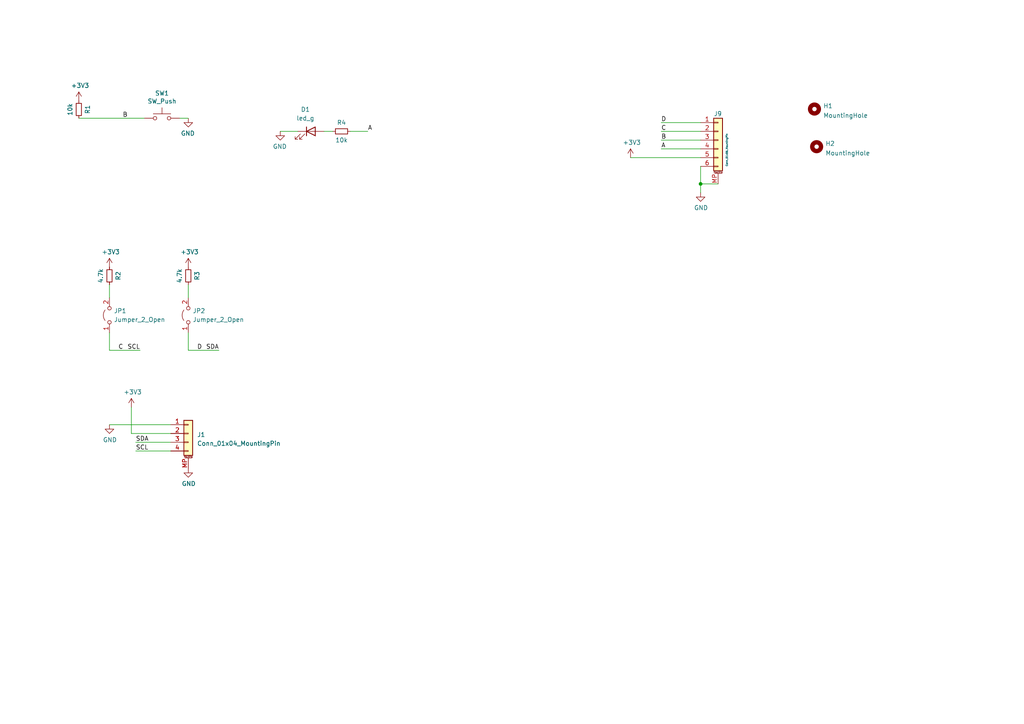
<source format=kicad_sch>
(kicad_sch (version 20211123) (generator eeschema)
  (paper "A4")
  (lib_symbols
    (symbol "Connector_Generic_MountingPin:Conn_01x04_MountingPin" (pin_names (offset 1.016) hide)
      (property "Reference" "J" (at 0 5.08 0))
      (property "Value" "Conn_01x04_MountingPin" (at 1.27 -7.62 0))
      (symbol "Conn_01x04_MountingPin_1_1"
        (rectangle (start -1.27 -4.953) (end 0 -5.207) (stroke (width 0.1524)))
        (rectangle (start -1.27 -2.413) (end 0 -2.667) (stroke (width 0.1524)))
        (rectangle (start -1.27 0.127) (end 0 -0.127) (stroke (width 0.1524)))
        (rectangle (start -1.27 2.667) (end 0 2.413) (stroke (width 0.1524)))
        (rectangle (start -1.27 3.81) (end 1.27 -6.35) (stroke (width 0.254)) (fill (type background)))
        (polyline (pts (xy -1.016 -7.112) (xy 1.016 -7.112)) (stroke (width 0.1524)))
        (text "Mounting" (at 0 -6.731 0) (effects (font (size 0.381 0.381))))
        (pin passive line (at -5.08 2.54 0) (length 3.81) (name "Pin_1") (number "1"))
        (pin passive line (at -5.08 0 0) (length 3.81) (name "Pin_2") (number "2"))
        (pin passive line (at -5.08 -2.54 0) (length 3.81) (name "Pin_3") (number "3"))
        (pin passive line (at -5.08 -5.08 0) (length 3.81) (name "Pin_4") (number "4"))
        (pin passive line (at 0 -10.16 90) (length 3.048) (name "MountPin") (number "MP"))
      )
    )
    (symbol "Connector_Generic_MountingPin:Conn_01x06_MountingPin" (pin_names (offset 1.016) hide)
      (property "Reference" "J" (at 0 7.62 0))
      (property "Value" "Conn_01x06_MountingPin" (at 1.27 -10.16 0))
      (symbol "Conn_01x06_MountingPin_1_1"
        (rectangle (start -1.27 -7.493) (end 0 -7.747) (stroke (width 0.1524)))
        (rectangle (start -1.27 -4.953) (end 0 -5.207) (stroke (width 0.1524)))
        (rectangle (start -1.27 -2.413) (end 0 -2.667) (stroke (width 0.1524)))
        (rectangle (start -1.27 0.127) (end 0 -0.127) (stroke (width 0.1524)))
        (rectangle (start -1.27 2.667) (end 0 2.413) (stroke (width 0.1524)))
        (rectangle (start -1.27 5.207) (end 0 4.953) (stroke (width 0.1524)))
        (rectangle (start -1.27 6.35) (end 1.27 -8.89) (stroke (width 0.254)) (fill (type background)))
        (polyline (pts (xy -1.016 -9.652) (xy 1.016 -9.652)) (stroke (width 0.1524)))
        (text "Mounting" (at 0 -9.271 0) (effects (font (size 0.381 0.381))))
        (pin passive line (at -5.08 5.08 0) (length 3.81) (name "Pin_1") (number "1"))
        (pin passive line (at -5.08 2.54 0) (length 3.81) (name "Pin_2") (number "2"))
        (pin passive line (at -5.08 0 0) (length 3.81) (name "Pin_3") (number "3"))
        (pin passive line (at -5.08 -2.54 0) (length 3.81) (name "Pin_4") (number "4"))
        (pin passive line (at -5.08 -5.08 0) (length 3.81) (name "Pin_5") (number "5"))
        (pin passive line (at -5.08 -7.62 0) (length 3.81) (name "Pin_6") (number "6"))
        (pin passive line (at 0 -12.7 90) (length 3.048) (name "MountPin") (number "MP"))
      )
    )
    (symbol "Device:LED" (pin_numbers hide) (pin_names (offset 1.016) hide)
      (property "Reference" "D" (at 0 2.54 0))
      (property "Value" "LED" (at 0 -2.54 0))
      (symbol "LED_0_1"
        (polyline (pts (xy -1.27 -1.27) (xy -1.27 1.27)) (stroke (width 0.254)))
        (polyline (pts (xy -1.27 0) (xy 1.27 0)))
        (polyline (pts (xy 1.27 -1.27) (xy 1.27 1.27) (xy -1.27 0) (xy 1.27 -1.27)) (stroke (width 0.254)))
        (polyline (pts (xy -3.048 -0.762) (xy -4.572 -2.286) (xy -3.81 -2.286) (xy -4.572 -2.286) (xy -4.572 -1.524)))
        (polyline (pts (xy -1.778 -0.762) (xy -3.302 -2.286) (xy -2.54 -2.286) (xy -3.302 -2.286) (xy -3.302 -1.524)))
      )
      (symbol "LED_1_1"
        (pin passive line (at -3.81 0 0) (length 2.54) (name "K") (number "1"))
        (pin passive line (at 3.81 0 180) (length 2.54) (name "A") (number "2"))
      )
    )
    (symbol "Device:R_Small" (pin_numbers hide) (pin_names (offset 0.254) hide)
      (property "Reference" "R" (at 0.762 0.508 0))
      (property "Value" "R_Small" (at 0.762 -1.016 0))
      (symbol "R_Small_0_1"
        (rectangle (start -0.762 1.778) (end 0.762 -1.778) (stroke (width 0.2032)))
      )
      (symbol "R_Small_1_1"
        (pin passive line (at 0 2.54 270) (length 0.762) (name "~") (number "1"))
        (pin passive line (at 0 -2.54 90) (length 0.762) (name "~") (number "2"))
      )
    )
    (symbol "Jumper:Jumper_2_Open" (pin_names (offset 0) hide)
      (property "Reference" "JP" (at 0 2.794 0))
      (property "Value" "Jumper_2_Open" (at 0 -2.286 0))
      (symbol "Jumper_2_Open_0_0"
        (circle (center -2.032 0) (radius 0.508))
        (circle (center 2.032 0) (radius 0.508))
      )
      (symbol "Jumper_2_Open_0_1"
        (arc (start 1.524 1.27) (mid 0 1.778) (end -1.524 1.27))
      )
      (symbol "Jumper_2_Open_1_1"
        (pin passive line (at -5.08 0 0) (length 2.54) (name "A") (number "1"))
        (pin passive line (at 5.08 0 180) (length 2.54) (name "B") (number "2"))
      )
    )
    (symbol "Mechanical:MountingHole" (pin_names (offset 1.016))
      (property "Reference" "H" (at 0 5.08 0))
      (property "Value" "MountingHole" (at 0 3.175 0))
      (symbol "MountingHole_0_1"
        (circle (center 0 0) (radius 1.27) (stroke (width 1.27)))
      )
    )
    (symbol "Switch:SW_Push" (pin_numbers hide) (pin_names (offset 1.016) hide)
      (property "Reference" "SW" (at 1.27 2.54 0))
      (property "Value" "SW_Push" (at 0 -1.524 0))
      (symbol "SW_Push_0_1"
        (circle (center -2.032 0) (radius 0.508))
        (polyline (pts (xy 0 1.27) (xy 0 3.048)))
        (polyline (pts (xy 2.54 1.27) (xy -2.54 1.27)))
        (circle (center 2.032 0) (radius 0.508))
        (pin passive line (at -5.08 0 0) (length 2.54) (name "1") (number "1"))
        (pin passive line (at 5.08 0 180) (length 2.54) (name "2") (number "2"))
      )
    )
    (symbol "power:+3.3V" (power) (pin_names (offset 0))
      (property "Value" "+3.3V" (at 0 3.556 0))
      (symbol "+3.3V_0_1"
        (polyline (pts (xy -0.762 1.27) (xy 0 2.54)))
        (polyline (pts (xy 0 0) (xy 0 2.54)))
        (polyline (pts (xy 0 2.54) (xy 0.762 1.27)))
      )
      (symbol "+3.3V_1_1"
        (pin power_in line (at 0 0 90) (length 0) hide (name "+3V3") (number "1"))
      )
    )
    (symbol "power:GND" (power) (pin_names (offset 0))
      (property "Value" "GND" (at 0 -3.81 0))
      (symbol "GND_0_1"
        (polyline (pts (xy 0 0) (xy 0 -1.27) (xy 1.27 -1.27) (xy 0 -2.54) (xy -1.27 -1.27) (xy 0 -1.27)))
      )
      (symbol "GND_1_1"
        (pin power_in line (at 0 0 270) (length 0) hide (name "GND") (number "1"))
      )
    )
  )
  (junction (at 203.2 53.34))
  (wire (pts (xy 52.07 34.29) (xy 54.61 34.29)))
  (wire (pts (xy 93.98 38.1) (xy 96.52 38.1)))
  (wire (pts (xy 203.2 53.34) (xy 203.2 55.88)))
  (wire (pts (xy 191.77 43.18) (xy 203.2 43.18)))
  (wire (pts (xy 38.1 125.73) (xy 49.53 125.73)))
  (wire (pts (xy 182.88 45.72) (xy 203.2 45.72)))
  (wire (pts (xy 191.77 38.1) (xy 203.2 38.1)))
  (wire (pts (xy 31.75 123.19) (xy 49.53 123.19)))
  (wire (pts (xy 54.61 96.52) (xy 54.61 101.6)))
  (wire (pts (xy 191.77 40.64) (xy 203.2 40.64)))
  (wire (pts (xy 39.37 128.27) (xy 49.53 128.27)))
  (wire (pts (xy 54.61 101.6) (xy 63.5 101.6)))
  (wire (pts (xy 31.75 101.6) (xy 40.64 101.6)))
  (wire (pts (xy 101.6 38.1) (xy 106.68 38.1)))
  (wire (pts (xy 54.61 82.55) (xy 54.61 86.36)))
  (wire (pts (xy 22.86 34.29) (xy 41.91 34.29)))
  (wire (pts (xy 31.75 82.55) (xy 31.75 86.36)))
  (wire (pts (xy 38.1 118.11) (xy 38.1 125.73)))
  (wire (pts (xy 81.28 38.1) (xy 86.36 38.1)))
  (wire (pts (xy 39.37 130.81) (xy 49.53 130.81)))
  (wire (pts (xy 203.2 53.34) (xy 208.28 53.34)))
  (wire (pts (xy 203.2 48.26) (xy 203.2 53.34)))
  (wire (pts (xy 191.77 35.56) (xy 203.2 35.56)))
  (wire (pts (xy 31.75 96.52) (xy 31.75 101.6)))
  (label "SDA" (at 63.5 101.6 180))
  (label "C" (at 34.29 101.6 0))
  (label "SCL" (at 40.64 101.6 180))
  (label "C" (at 191.77 38.1 0))
  (label "B" (at 191.77 40.64 0))
  (label "SDA" (at 39.37 128.27 0))
  (label "D" (at 191.77 35.56 0))
  (label "D" (at 57.15 101.6 0))
  (label "A" (at 191.77 43.18 0))
  (label "A" (at 106.68 38.1 0))
  (label "SCL" (at 39.37 130.81 0))
  (label "B" (at 35.56 34.29 0))
  (symbol (lib_id "power:GND") (at 54.61 34.29 0) (mirror y) (unit 1)
    (property "Reference" "#PWR0106" (effects hide))
    (property "Value" "GND" (at 54.483 38.6842 0))
  )
  (symbol (lib_id "power:+3.3V") (at 38.1 118.11 0) (unit 1)
    (property "Reference" "#PWR0101" (effects hide))
    (property "Value" "+3.3V" (at 38.481 113.7158 0))
  )
  (symbol (lib_id "Switch:SW_Push") (at 46.99 34.29 0) (unit 1)
    (property "Reference" "SW1" (at 46.99 27.051 0))
    (property "Value" "SW_Push" (at 46.99 29.3624 0))
    (property "Footprint" "Button_Switch_SMD:SWITCH_2x3_SMD_TACTILE_GREEN" (effects hide))
  )
  (symbol (lib_id "Jumper:Jumper_2_Open") (at 31.75 91.44 90) (unit 1)
    (property "Reference" "JP1" (at 33.02 90.1699 90) (effects (justify right)))
    (property "Value" "Jumper_2_Open" (at 33.02 92.7099 90) (effects (justify right)))
    (property "Footprint" "Jumper:SolderJumper-2_P1.3mm_Bridged_RoundedPad1.0x1.5mm" (effects hide))
  )
  (symbol (lib_id "Device:R_Small") (at 54.61 80.01 180) (unit 1)
    (property "Reference" "R3" (at 57.15 80.01 90))
    (property "Value" "4.7k" (at 52.07 80.01 90))
    (property "Footprint" "Resistor_SMD:R_0603_1608Metric" (effects hide))
  )
  (symbol (lib_id "Device:R_Small") (at 31.75 80.01 180) (unit 1)
    (property "Reference" "R2" (at 34.29 80.01 90))
    (property "Value" "4.7k" (at 29.21 80.01 90))
    (property "Footprint" "Resistor_SMD:R_0603_1608Metric" (effects hide))
  )
  (symbol (lib_id "Mechanical:MountingHole") (at 236.228 31.6294 0) (unit 1)
    (property "Reference" "H1" (at 238.768 30.7209 0) (effects (justify left)))
    (property "Value" "MountingHole" (at 238.768 33.496 0) (effects (justify left)))
    (property "Footprint" "MountingHole:MountingHole_3.2mm_M3_ISO14580" (effects hide))
  )
  (symbol (lib_id "Device:R_Small") (at 99.06 38.1 270) (unit 1)
    (property "Reference" "R4" (at 99.06 35.56 90))
    (property "Value" "10k" (at 99.06 40.64 90))
    (property "Footprint" "Resistor_SMD:R_0603_1608Metric" (effects hide))
  )
  (symbol (lib_id "power:GND") (at 81.28 38.1 0) (mirror y) (unit 1)
    (property "Reference" "#PWR0107" (effects hide))
    (property "Value" "GND" (at 81.153 42.4942 0))
  )
  (symbol (lib_id "Mechanical:MountingHole") (at 236.855 42.545 0) (unit 1)
    (property "Reference" "H2" (at 239.395 41.6365 0) (effects (justify left)))
    (property "Value" "MountingHole" (at 239.395 44.4116 0) (effects (justify left)))
    (property "Footprint" "MountingHole:MountingHole_3.2mm_M3_ISO14580" (effects hide))
  )
  (symbol (lib_id "Connector_Generic_MountingPin:Conn_01x06_MountingPin") (at 208.28 40.64 0) (unit 1)
    (property "Reference" "J9" (at 207.01 33.02 0) (effects (justify left)))
    (property "Value" "Conn_01x06_MountingPin" (at 210.82 48.26 90) (effects (font (size 0.5 0.5)) (justify left)))
    (property "Footprint" "Connector_FFC-FPC:TE_84952-6_1x06-1MP_P1.0mm_Horizontal" (effects hide))
  )
  (symbol (lib_id "Device:LED") (at 90.17 38.1 0) (unit 1)
    (property "Reference" "D1" (at 88.5825 31.75 0))
    (property "Value" "led_g" (at 88.5825 34.29 0))
    (property "Footprint" "LED_SMD:LED_0603_1608Metric" (effects hide))
  )
  (symbol (lib_id "power:+3.3V") (at 31.75 77.47 0) (unit 1)
    (property "Reference" "#PWR0104" (effects hide))
    (property "Value" "+3.3V" (at 32.131 73.0758 0))
  )
  (symbol (lib_id "Jumper:Jumper_2_Open") (at 54.61 91.44 90) (unit 1)
    (property "Reference" "JP2" (at 55.88 90.1699 90) (effects (justify right)))
    (property "Value" "Jumper_2_Open" (at 55.88 92.7099 90) (effects (justify right)))
    (property "Footprint" "Jumper:SolderJumper-2_P1.3mm_Bridged_RoundedPad1.0x1.5mm" (effects hide))
  )
  (symbol (lib_id "power:GND") (at 31.75 123.19 0) (unit 1)
    (property "Reference" "#PWR0102" (effects hide))
    (property "Value" "GND" (at 31.877 127.5842 0))
  )
  (symbol (lib_id "power:GND") (at 54.61 135.89 0) (unit 1)
    (property "Reference" "#PWR0105" (effects hide))
    (property "Value" "GND" (at 54.737 140.2842 0))
  )
  (symbol (lib_id "power:+3.3V") (at 22.86 29.21 0) (unit 1)
    (property "Reference" "#PWR0103" (effects hide))
    (property "Value" "+3.3V" (at 23.241 24.8158 0))
  )
  (symbol (lib_id "power:+3.3V") (at 182.88 45.72 0) (unit 1)
    (property "Reference" "#PWR044" (effects hide))
    (property "Value" "+3.3V" (at 183.261 41.3258 0))
  )
  (symbol (lib_id "Connector_Generic_MountingPin:Conn_01x04_MountingPin") (at 54.61 125.73 0) (unit 1)
    (property "Reference" "J1" (at 57.15 126.0855 0) (effects (justify left)))
    (property "Value" "Conn_01x04_MountingPin" (at 57.15 128.6255 0) (effects (justify left)))
    (property "Footprint" "Connector_JST:JST_SH_SM04B-SRSS-TB_1x04-1MP_P1.00mm_Horizontal" (effects hide))
  )
  (symbol (lib_id "power:+3.3V") (at 54.61 77.47 0) (unit 1)
    (property "Reference" "#PWR0108" (effects hide))
    (property "Value" "+3.3V" (at 54.991 73.0758 0))
  )
  (symbol (lib_id "power:GND") (at 203.2 55.88 0) (unit 1)
    (property "Reference" "#PWR045" (effects hide))
    (property "Value" "GND" (at 203.327 60.2742 0))
  )
  (symbol (lib_id "Device:R_Small") (at 22.86 31.75 180) (unit 1)
    (property "Reference" "R1" (at 25.4 31.75 90))
    (property "Value" "10k" (at 20.32 31.75 90))
    (property "Footprint" "Resistor_SMD:R_0603_1608Metric" (effects hide))
  )
)
</source>
